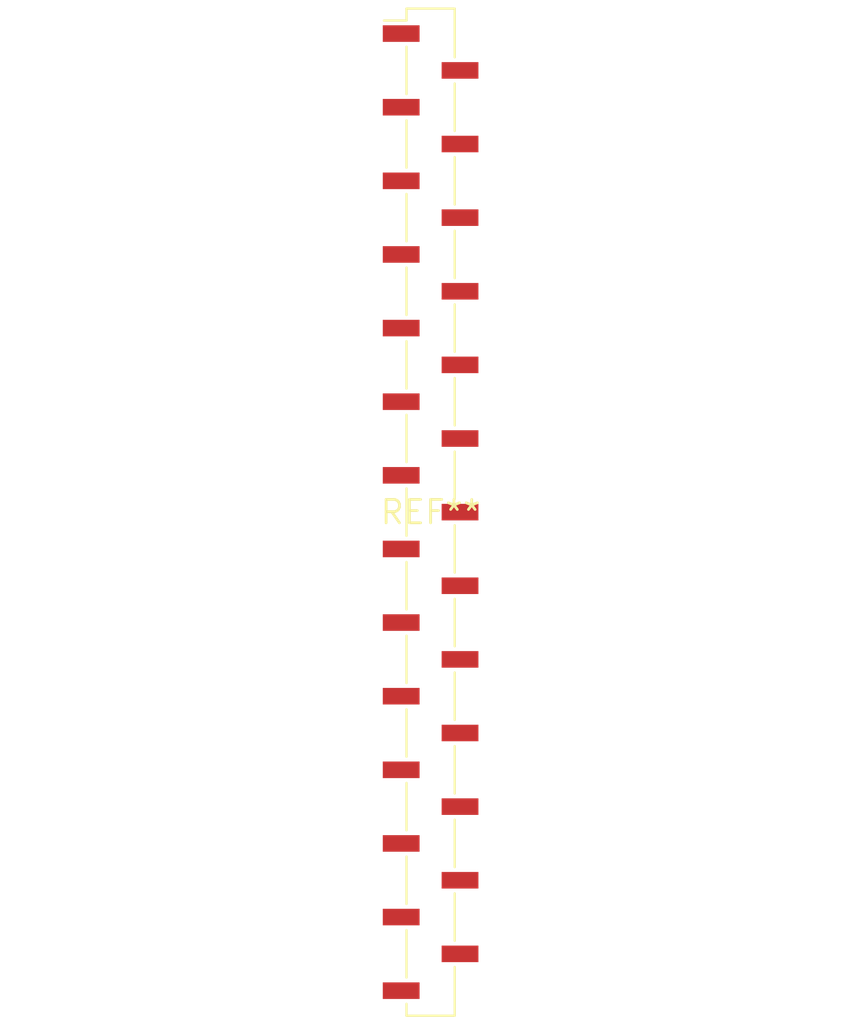
<source format=kicad_pcb>
(kicad_pcb (version 20240108) (generator pcbnew)
  (layers (0 "F.Cu" signal) (31 "B.Cu" signal) (34 "B.Paste" user) (35 "F.Paste" user) (36 "B.SilkS" user "B.Silkscreen") (37 "F.SilkS" user "F.Silkscreen") (38 "B.Mask" user) (39 "F.Mask" user) (44 "Edge.Cuts" user))
  (net 0 "")
  (footprint "PinSocket_1x27_P2.00mm_Vertical_SMD_Pin1Left" (layer "F.Cu") (at 0 0)
    (property "Reference" "REF**")
    (property "Value" "PinSocket_1x27_P2.00mm_Vertical_SMD_Pin1Left")
    (fp_line (start -2.54 -26.71) (end -1.31 -26.71) (layer "F.SilkS") (stroke (width 0.12)))
    (fp_line (start -1.31 -27.36) (end -1.31 -26.71) (layer "F.SilkS") (stroke (width 0.12)))
    (fp_line (start -1.31 -27.36) (end 1.31 -27.36) (layer "F.SilkS") (stroke (width 0.12)))
    (fp_line (start -1.31 -25.29) (end -1.31 -22.71) (layer "F.SilkS") (stroke (width 0.12)))
    (fp_line (start -1.31 -21.29) (end -1.31 -18.71) (layer "F.SilkS") (stroke (width 0.12)))
    (fp_line (start -1.31 -17.29) (end -1.31 -14.71) (layer "F.SilkS") (stroke (width 0.12)))
    (fp_line (start -1.31 -13.29) (end -1.31 -10.71) (layer "F.SilkS") (stroke (width 0.12)))
    (fp_line (start -1.31 -9.29) (end -1.31 -6.71) (layer "F.SilkS") (stroke (width 0.12)))
    (fp_line (start -1.31 -5.29) (end -1.31 -2.71) (layer "F.SilkS") (stroke (width 0.12)))
    (fp_line (start -1.31 -1.29) (end -1.31 1.29) (layer "F.SilkS") (stroke (width 0.12)))
    (fp_line (start -1.31 2.71) (end -1.31 5.29) (layer "F.SilkS") (stroke (width 0.12)))
    (fp_line (start -1.31 6.71) (end -1.31 9.29) (layer "F.SilkS") (stroke (width 0.12)))
    (fp_line (start -1.31 10.71) (end -1.31 13.29) (layer "F.SilkS") (stroke (width 0.12)))
    (fp_line (start -1.31 14.71) (end -1.31 17.29) (layer "F.SilkS") (stroke (width 0.12)))
    (fp_line (start -1.31 18.71) (end -1.31 21.29) (layer "F.SilkS") (stroke (width 0.12)))
    (fp_line (start -1.31 22.71) (end -1.31 25.29) (layer "F.SilkS") (stroke (width 0.12)))
    (fp_line (start -1.31 26.71) (end -1.31 27.36) (layer "F.SilkS") (stroke (width 0.12)))
    (fp_line (start -1.31 27.36) (end 1.31 27.36) (layer "F.SilkS") (stroke (width 0.12)))
    (fp_line (start 1.31 -27.36) (end 1.31 -24.71) (layer "F.SilkS") (stroke (width 0.12)))
    (fp_line (start 1.31 -23.29) (end 1.31 -20.71) (layer "F.SilkS") (stroke (width 0.12)))
    (fp_line (start 1.31 -19.29) (end 1.31 -16.71) (layer "F.SilkS") (stroke (width 0.12)))
    (fp_line (start 1.31 -15.29) (end 1.31 -12.71) (layer "F.SilkS") (stroke (width 0.12)))
    (fp_line (start 1.31 -11.29) (end 1.31 -8.71) (layer "F.SilkS") (stroke (width 0.12)))
    (fp_line (start 1.31 -7.29) (end 1.31 -4.71) (layer "F.SilkS") (stroke (width 0.12)))
    (fp_line (start 1.31 -3.29) (end 1.31 -0.71) (layer "F.SilkS") (stroke (width 0.12)))
    (fp_line (start 1.31 0.71) (end 1.31 3.29) (layer "F.SilkS") (stroke (width 0.12)))
    (fp_line (start 1.31 4.71) (end 1.31 7.29) (layer "F.SilkS") (stroke (width 0.12)))
    (fp_line (start 1.31 8.71) (end 1.31 11.29) (layer "F.SilkS") (stroke (width 0.12)))
    (fp_line (start 1.31 12.71) (end 1.31 15.29) (layer "F.SilkS") (stroke (width 0.12)))
    (fp_line (start 1.31 16.71) (end 1.31 19.29) (layer "F.SilkS") (stroke (width 0.12)))
    (fp_line (start 1.31 20.71) (end 1.31 23.29) (layer "F.SilkS") (stroke (width 0.12)))
    (fp_line (start 1.31 24.71) (end 1.31 27.36) (layer "F.SilkS") (stroke (width 0.12)))
    (pad "1" smd rect (at -1.6 -26) (size 2 0.9) (layers "F.Cu" "F.Paste" "F.Mask"))
    (pad "2" smd rect (at 1.6 -24) (size 2 0.9) (layers "F.Cu" "F.Paste" "F.Mask"))
    (pad "3" smd rect (at -1.6 -22) (size 2 0.9) (layers "F.Cu" "F.Paste" "F.Mask"))
    (pad "4" smd rect (at 1.6 -20) (size 2 0.9) (layers "F.Cu" "F.Paste" "F.Mask"))
    (pad "5" smd rect (at -1.6 -18) (size 2 0.9) (layers "F.Cu" "F.Paste" "F.Mask"))
    (pad "6" smd rect (at 1.6 -16) (size 2 0.9) (layers "F.Cu" "F.Paste" "F.Mask"))
    (pad "7" smd rect (at -1.6 -14) (size 2 0.9) (layers "F.Cu" "F.Paste" "F.Mask"))
    (pad "8" smd rect (at 1.6 -12) (size 2 0.9) (layers "F.Cu" "F.Paste" "F.Mask"))
    (pad "9" smd rect (at -1.6 -10) (size 2 0.9) (layers "F.Cu" "F.Paste" "F.Mask"))
    (pad "10" smd rect (at 1.6 -8) (size 2 0.9) (layers "F.Cu" "F.Paste" "F.Mask"))
    (pad "11" smd rect (at -1.6 -6) (size 2 0.9) (layers "F.Cu" "F.Paste" "F.Mask"))
    (pad "12" smd rect (at 1.6 -4) (size 2 0.9) (layers "F.Cu" "F.Paste" "F.Mask"))
    (pad "13" smd rect (at -1.6 -2) (size 2 0.9) (layers "F.Cu" "F.Paste" "F.Mask"))
    (pad "14" smd rect (at 1.6 0) (size 2 0.9) (layers "F.Cu" "F.Paste" "F.Mask"))
    (pad "15" smd rect (at -1.6 2) (size 2 0.9) (layers "F.Cu" "F.Paste" "F.Mask"))
    (pad "16" smd rect (at 1.6 4) (size 2 0.9) (layers "F.Cu" "F.Paste" "F.Mask"))
    (pad "17" smd rect (at -1.6 6) (size 2 0.9) (layers "F.Cu" "F.Paste" "F.Mask"))
    (pad "18" smd rect (at 1.6 8) (size 2 0.9) (layers "F.Cu" "F.Paste" "F.Mask"))
    (pad "19" smd rect (at -1.6 10) (size 2 0.9) (layers "F.Cu" "F.Paste" "F.Mask"))
    (pad "20" smd rect (at 1.6 12) (size 2 0.9) (layers "F.Cu" "F.Paste" "F.Mask"))
    (pad "21" smd rect (at -1.6 14) (size 2 0.9) (layers "F.Cu" "F.Paste" "F.Mask"))
    (pad "22" smd rect (at 1.6 16) (size 2 0.9) (layers "F.Cu" "F.Paste" "F.Mask"))
    (pad "23" smd rect (at -1.6 18) (size 2 0.9) (layers "F.Cu" "F.Paste" "F.Mask"))
    (pad "24" smd rect (at 1.6 20) (size 2 0.9) (layers "F.Cu" "F.Paste" "F.Mask"))
    (pad "25" smd rect (at -1.6 22) (size 2 0.9) (layers "F.Cu" "F.Paste" "F.Mask"))
    (pad "26" smd rect (at 1.6 24) (size 2 0.9) (layers "F.Cu" "F.Paste" "F.Mask"))
    (pad "27" smd rect (at -1.6 26) (size 2 0.9) (layers "F.Cu" "F.Paste" "F.Mask"))
  )
)
</source>
